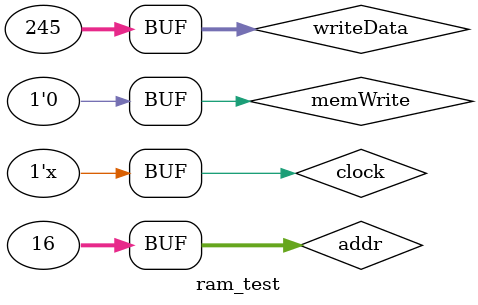
<source format=v>
`timescale 1ns / 1ps


module ram_test();
 reg clock = 1'b0; 
 reg memWrite = 1'b0; 
 reg [31:0] addr = 32'h0000_0010;
 reg [31:0] writeData = 32'ha000_0000; 
 wire [31:0] readData;
 
 dmemory32 uram (clock,memWrite,addr,writeData,readData); 
 
 always
 #50 clock = ~clock; 
 initial 
 begin 
 #200 writeData = 32'ha0000_00f5; 
      memWrite = 1'b1; 
 #200 memWrite = 1'b0;
 end
endmodule

</source>
